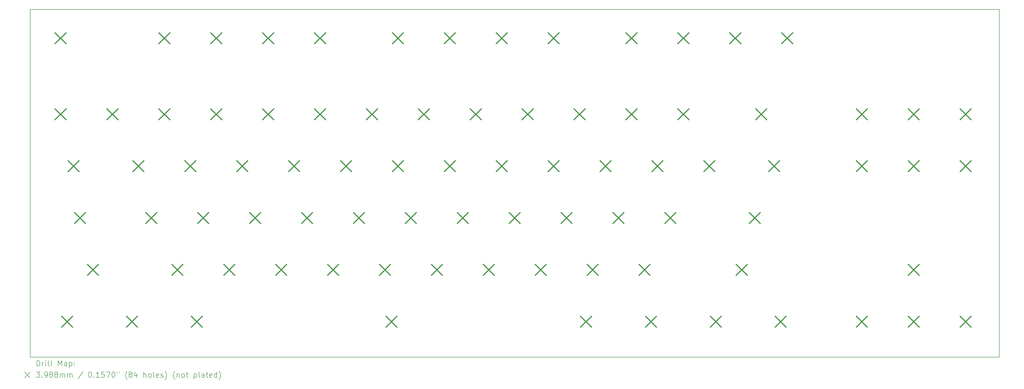
<source format=gbr>
%TF.GenerationSoftware,KiCad,Pcbnew,7.0.1*%
%TF.CreationDate,2024-09-21T20:16:06-05:00*%
%TF.ProjectId,C128DKEYBOARD,43313238-444b-4455-9942-4f4152442e6b,3.3*%
%TF.SameCoordinates,Original*%
%TF.FileFunction,Drillmap*%
%TF.FilePolarity,Positive*%
%FSLAX45Y45*%
G04 Gerber Fmt 4.5, Leading zero omitted, Abs format (unit mm)*
G04 Created by KiCad (PCBNEW 7.0.1) date 2024-09-21 20:16:06*
%MOMM*%
%LPD*%
G01*
G04 APERTURE LIST*
%ADD10C,0.150000*%
%ADD11C,0.200000*%
%ADD12C,0.398780*%
G04 APERTURE END LIST*
D10*
X5421630Y-12321540D02*
X11608830Y-12321600D01*
X40894000Y-12319000D02*
X13406430Y-12321540D01*
X5358130Y-25097740D02*
X5326380Y-25097740D01*
X11608830Y-12321600D02*
X13406430Y-12321540D01*
X5326380Y-25021540D02*
X5326380Y-25097740D01*
X5421630Y-12321540D02*
X5358130Y-12321540D01*
X40894000Y-25095200D02*
X40894000Y-12319000D01*
X5358130Y-25097740D02*
X40894000Y-25095200D01*
X5326380Y-12321540D02*
X5326380Y-25021540D01*
X5326380Y-12321540D02*
X5358130Y-12321540D01*
D11*
D12*
X6233160Y-13173710D02*
X6631940Y-13572490D01*
X6631940Y-13173710D02*
X6233160Y-13572490D01*
X6233160Y-15967710D02*
X6631940Y-16366490D01*
X6631940Y-15967710D02*
X6233160Y-16366490D01*
X6470660Y-23587710D02*
X6869440Y-23986490D01*
X6869440Y-23587710D02*
X6470660Y-23986490D01*
X6708660Y-17872710D02*
X7107440Y-18271490D01*
X7107440Y-17872710D02*
X6708660Y-18271490D01*
X6946960Y-19777710D02*
X7345740Y-20176490D01*
X7345740Y-19777710D02*
X6946960Y-20176490D01*
X7423160Y-21682710D02*
X7821940Y-22081490D01*
X7821940Y-21682710D02*
X7423160Y-22081490D01*
X8138160Y-15967710D02*
X8536940Y-16366490D01*
X8536940Y-15967710D02*
X8138160Y-16366490D01*
X8851660Y-23587710D02*
X9250440Y-23986490D01*
X9250440Y-23587710D02*
X8851660Y-23986490D01*
X9090660Y-17872710D02*
X9489440Y-18271490D01*
X9489440Y-17872710D02*
X9090660Y-18271490D01*
X9565660Y-19777710D02*
X9964440Y-20176490D01*
X9964440Y-19777710D02*
X9565660Y-20176490D01*
X10043160Y-13173710D02*
X10441940Y-13572490D01*
X10441940Y-13173710D02*
X10043160Y-13572490D01*
X10043160Y-15967710D02*
X10441940Y-16366490D01*
X10441940Y-15967710D02*
X10043160Y-16366490D01*
X10518160Y-21682710D02*
X10916940Y-22081490D01*
X10916940Y-21682710D02*
X10518160Y-22081490D01*
X10995660Y-17872710D02*
X11394440Y-18271490D01*
X11394440Y-17872710D02*
X10995660Y-18271490D01*
X11232660Y-23587710D02*
X11631440Y-23986490D01*
X11631440Y-23587710D02*
X11232660Y-23986490D01*
X11470660Y-19777710D02*
X11869440Y-20176490D01*
X11869440Y-19777710D02*
X11470660Y-20176490D01*
X11948160Y-13173710D02*
X12346940Y-13572490D01*
X12346940Y-13173710D02*
X11948160Y-13572490D01*
X11948160Y-15967710D02*
X12346940Y-16366490D01*
X12346940Y-15967710D02*
X11948160Y-16366490D01*
X12423160Y-21682710D02*
X12821940Y-22081490D01*
X12821940Y-21682710D02*
X12423160Y-22081490D01*
X12900660Y-17872710D02*
X13299440Y-18271490D01*
X13299440Y-17872710D02*
X12900660Y-18271490D01*
X13375660Y-19777710D02*
X13774440Y-20176490D01*
X13774440Y-19777710D02*
X13375660Y-20176490D01*
X13853160Y-13173710D02*
X14251940Y-13572490D01*
X14251940Y-13173710D02*
X13853160Y-13572490D01*
X13853160Y-15967710D02*
X14251940Y-16366490D01*
X14251940Y-15967710D02*
X13853160Y-16366490D01*
X14328160Y-21682710D02*
X14726940Y-22081490D01*
X14726940Y-21682710D02*
X14328160Y-22081490D01*
X14805660Y-17872710D02*
X15204440Y-18271490D01*
X15204440Y-17872710D02*
X14805660Y-18271490D01*
X15280660Y-19777710D02*
X15679440Y-20176490D01*
X15679440Y-19777710D02*
X15280660Y-20176490D01*
X15758160Y-13173710D02*
X16156940Y-13572490D01*
X16156940Y-13173710D02*
X15758160Y-13572490D01*
X15758160Y-15967710D02*
X16156940Y-16366490D01*
X16156940Y-15967710D02*
X15758160Y-16366490D01*
X16233160Y-21682710D02*
X16631940Y-22081490D01*
X16631940Y-21682710D02*
X16233160Y-22081490D01*
X16710660Y-17872710D02*
X17109440Y-18271490D01*
X17109440Y-17872710D02*
X16710660Y-18271490D01*
X17185660Y-19777710D02*
X17584440Y-20176490D01*
X17584440Y-19777710D02*
X17185660Y-20176490D01*
X17663160Y-15967710D02*
X18061940Y-16366490D01*
X18061940Y-15967710D02*
X17663160Y-16366490D01*
X18138160Y-21682710D02*
X18536940Y-22081490D01*
X18536940Y-21682710D02*
X18138160Y-22081490D01*
X18376160Y-23587710D02*
X18774940Y-23986490D01*
X18774940Y-23587710D02*
X18376160Y-23986490D01*
X18615660Y-13173710D02*
X19014440Y-13572490D01*
X19014440Y-13173710D02*
X18615660Y-13572490D01*
X18615660Y-17872710D02*
X19014440Y-18271490D01*
X19014440Y-17872710D02*
X18615660Y-18271490D01*
X19090660Y-19777710D02*
X19489440Y-20176490D01*
X19489440Y-19777710D02*
X19090660Y-20176490D01*
X19568160Y-15967710D02*
X19966940Y-16366490D01*
X19966940Y-15967710D02*
X19568160Y-16366490D01*
X20043160Y-21682710D02*
X20441940Y-22081490D01*
X20441940Y-21682710D02*
X20043160Y-22081490D01*
X20520660Y-13173710D02*
X20919440Y-13572490D01*
X20919440Y-13173710D02*
X20520660Y-13572490D01*
X20520660Y-17872710D02*
X20919440Y-18271490D01*
X20919440Y-17872710D02*
X20520660Y-18271490D01*
X20995660Y-19777710D02*
X21394440Y-20176490D01*
X21394440Y-19777710D02*
X20995660Y-20176490D01*
X21473160Y-15967710D02*
X21871940Y-16366490D01*
X21871940Y-15967710D02*
X21473160Y-16366490D01*
X21948160Y-21682710D02*
X22346940Y-22081490D01*
X22346940Y-21682710D02*
X21948160Y-22081490D01*
X22425660Y-13173710D02*
X22824440Y-13572490D01*
X22824440Y-13173710D02*
X22425660Y-13572490D01*
X22425660Y-17872710D02*
X22824440Y-18271490D01*
X22824440Y-17872710D02*
X22425660Y-18271490D01*
X22900660Y-19777710D02*
X23299440Y-20176490D01*
X23299440Y-19777710D02*
X22900660Y-20176490D01*
X23378160Y-15967710D02*
X23776940Y-16366490D01*
X23776940Y-15967710D02*
X23378160Y-16366490D01*
X23853160Y-21682710D02*
X24251940Y-22081490D01*
X24251940Y-21682710D02*
X23853160Y-22081490D01*
X24330660Y-13173710D02*
X24729440Y-13572490D01*
X24729440Y-13173710D02*
X24330660Y-13572490D01*
X24330660Y-17872710D02*
X24729440Y-18271490D01*
X24729440Y-17872710D02*
X24330660Y-18271490D01*
X24805660Y-19777710D02*
X25204440Y-20176490D01*
X25204440Y-19777710D02*
X24805660Y-20176490D01*
X25283160Y-15967710D02*
X25681940Y-16366490D01*
X25681940Y-15967710D02*
X25283160Y-16366490D01*
X25520160Y-23587710D02*
X25918940Y-23986490D01*
X25918940Y-23587710D02*
X25520160Y-23986490D01*
X25758160Y-21682710D02*
X26156940Y-22081490D01*
X26156940Y-21682710D02*
X25758160Y-22081490D01*
X26235660Y-17872710D02*
X26634440Y-18271490D01*
X26634440Y-17872710D02*
X26235660Y-18271490D01*
X26710660Y-19777710D02*
X27109440Y-20176490D01*
X27109440Y-19777710D02*
X26710660Y-20176490D01*
X27188160Y-13173710D02*
X27586940Y-13572490D01*
X27586940Y-13173710D02*
X27188160Y-13572490D01*
X27188160Y-15967710D02*
X27586940Y-16366490D01*
X27586940Y-15967710D02*
X27188160Y-16366490D01*
X27663160Y-21682710D02*
X28061940Y-22081490D01*
X28061940Y-21682710D02*
X27663160Y-22081490D01*
X27901160Y-23587710D02*
X28299940Y-23986490D01*
X28299940Y-23587710D02*
X27901160Y-23986490D01*
X28140660Y-17872710D02*
X28539440Y-18271490D01*
X28539440Y-17872710D02*
X28140660Y-18271490D01*
X28615660Y-19777710D02*
X29014440Y-20176490D01*
X29014440Y-19777710D02*
X28615660Y-20176490D01*
X29093160Y-13173710D02*
X29491940Y-13572490D01*
X29491940Y-13173710D02*
X29093160Y-13572490D01*
X29093160Y-15967710D02*
X29491940Y-16366490D01*
X29491940Y-15967710D02*
X29093160Y-16366490D01*
X30045660Y-17872710D02*
X30444440Y-18271490D01*
X30444440Y-17872710D02*
X30045660Y-18271490D01*
X30282160Y-23587710D02*
X30680940Y-23986490D01*
X30680940Y-23587710D02*
X30282160Y-23986490D01*
X30998160Y-13173710D02*
X31396940Y-13572490D01*
X31396940Y-13173710D02*
X30998160Y-13572490D01*
X31234660Y-21682710D02*
X31633440Y-22081490D01*
X31633440Y-21682710D02*
X31234660Y-22081490D01*
X31711160Y-19777710D02*
X32109940Y-20176490D01*
X32109940Y-19777710D02*
X31711160Y-20176490D01*
X31950660Y-15967710D02*
X32349440Y-16366490D01*
X32349440Y-15967710D02*
X31950660Y-16366490D01*
X32426660Y-17872710D02*
X32825440Y-18271490D01*
X32825440Y-17872710D02*
X32426660Y-18271490D01*
X32663160Y-23587710D02*
X33061940Y-23986490D01*
X33061940Y-23587710D02*
X32663160Y-23986490D01*
X32903160Y-13173710D02*
X33301940Y-13572490D01*
X33301940Y-13173710D02*
X32903160Y-13572490D01*
X35643820Y-15967710D02*
X36042600Y-16366490D01*
X36042600Y-15967710D02*
X35643820Y-16366490D01*
X35643820Y-17872710D02*
X36042600Y-18271490D01*
X36042600Y-17872710D02*
X35643820Y-18271490D01*
X35643820Y-23587710D02*
X36042600Y-23986490D01*
X36042600Y-23587710D02*
X35643820Y-23986490D01*
X37548820Y-15967710D02*
X37947600Y-16366490D01*
X37947600Y-15967710D02*
X37548820Y-16366490D01*
X37548820Y-17872710D02*
X37947600Y-18271490D01*
X37947600Y-17872710D02*
X37548820Y-18271490D01*
X37548820Y-21682710D02*
X37947600Y-22081490D01*
X37947600Y-21682710D02*
X37548820Y-22081490D01*
X37548820Y-23587710D02*
X37947600Y-23986490D01*
X37947600Y-23587710D02*
X37548820Y-23986490D01*
X39453820Y-15967710D02*
X39852600Y-16366490D01*
X39852600Y-15967710D02*
X39453820Y-16366490D01*
X39453820Y-17872710D02*
X39852600Y-18271490D01*
X39852600Y-17872710D02*
X39453820Y-18271490D01*
X39453820Y-23587710D02*
X39852600Y-23986490D01*
X39852600Y-23587710D02*
X39453820Y-23986490D01*
D11*
X5566499Y-25417764D02*
X5566499Y-25217764D01*
X5566499Y-25217764D02*
X5614118Y-25217764D01*
X5614118Y-25217764D02*
X5642689Y-25227288D01*
X5642689Y-25227288D02*
X5661737Y-25246335D01*
X5661737Y-25246335D02*
X5671261Y-25265383D01*
X5671261Y-25265383D02*
X5680785Y-25303478D01*
X5680785Y-25303478D02*
X5680785Y-25332049D01*
X5680785Y-25332049D02*
X5671261Y-25370145D01*
X5671261Y-25370145D02*
X5661737Y-25389192D01*
X5661737Y-25389192D02*
X5642689Y-25408240D01*
X5642689Y-25408240D02*
X5614118Y-25417764D01*
X5614118Y-25417764D02*
X5566499Y-25417764D01*
X5766499Y-25417764D02*
X5766499Y-25284430D01*
X5766499Y-25322526D02*
X5776023Y-25303478D01*
X5776023Y-25303478D02*
X5785547Y-25293954D01*
X5785547Y-25293954D02*
X5804594Y-25284430D01*
X5804594Y-25284430D02*
X5823642Y-25284430D01*
X5890308Y-25417764D02*
X5890308Y-25284430D01*
X5890308Y-25217764D02*
X5880785Y-25227288D01*
X5880785Y-25227288D02*
X5890308Y-25236811D01*
X5890308Y-25236811D02*
X5899832Y-25227288D01*
X5899832Y-25227288D02*
X5890308Y-25217764D01*
X5890308Y-25217764D02*
X5890308Y-25236811D01*
X6014118Y-25417764D02*
X5995070Y-25408240D01*
X5995070Y-25408240D02*
X5985547Y-25389192D01*
X5985547Y-25389192D02*
X5985547Y-25217764D01*
X6118880Y-25417764D02*
X6099832Y-25408240D01*
X6099832Y-25408240D02*
X6090308Y-25389192D01*
X6090308Y-25389192D02*
X6090308Y-25217764D01*
X6347451Y-25417764D02*
X6347451Y-25217764D01*
X6347451Y-25217764D02*
X6414118Y-25360621D01*
X6414118Y-25360621D02*
X6480785Y-25217764D01*
X6480785Y-25217764D02*
X6480785Y-25417764D01*
X6661737Y-25417764D02*
X6661737Y-25313002D01*
X6661737Y-25313002D02*
X6652213Y-25293954D01*
X6652213Y-25293954D02*
X6633166Y-25284430D01*
X6633166Y-25284430D02*
X6595070Y-25284430D01*
X6595070Y-25284430D02*
X6576023Y-25293954D01*
X6661737Y-25408240D02*
X6642689Y-25417764D01*
X6642689Y-25417764D02*
X6595070Y-25417764D01*
X6595070Y-25417764D02*
X6576023Y-25408240D01*
X6576023Y-25408240D02*
X6566499Y-25389192D01*
X6566499Y-25389192D02*
X6566499Y-25370145D01*
X6566499Y-25370145D02*
X6576023Y-25351097D01*
X6576023Y-25351097D02*
X6595070Y-25341573D01*
X6595070Y-25341573D02*
X6642689Y-25341573D01*
X6642689Y-25341573D02*
X6661737Y-25332049D01*
X6756975Y-25284430D02*
X6756975Y-25484430D01*
X6756975Y-25293954D02*
X6776023Y-25284430D01*
X6776023Y-25284430D02*
X6814118Y-25284430D01*
X6814118Y-25284430D02*
X6833166Y-25293954D01*
X6833166Y-25293954D02*
X6842689Y-25303478D01*
X6842689Y-25303478D02*
X6852213Y-25322526D01*
X6852213Y-25322526D02*
X6852213Y-25379668D01*
X6852213Y-25379668D02*
X6842689Y-25398716D01*
X6842689Y-25398716D02*
X6833166Y-25408240D01*
X6833166Y-25408240D02*
X6814118Y-25417764D01*
X6814118Y-25417764D02*
X6776023Y-25417764D01*
X6776023Y-25417764D02*
X6756975Y-25408240D01*
X6937928Y-25398716D02*
X6947451Y-25408240D01*
X6947451Y-25408240D02*
X6937928Y-25417764D01*
X6937928Y-25417764D02*
X6928404Y-25408240D01*
X6928404Y-25408240D02*
X6937928Y-25398716D01*
X6937928Y-25398716D02*
X6937928Y-25417764D01*
X6937928Y-25293954D02*
X6947451Y-25303478D01*
X6947451Y-25303478D02*
X6937928Y-25313002D01*
X6937928Y-25313002D02*
X6928404Y-25303478D01*
X6928404Y-25303478D02*
X6937928Y-25293954D01*
X6937928Y-25293954D02*
X6937928Y-25313002D01*
X5118880Y-25645240D02*
X5318880Y-25845240D01*
X5318880Y-25645240D02*
X5118880Y-25845240D01*
X5547451Y-25637764D02*
X5671261Y-25637764D01*
X5671261Y-25637764D02*
X5604594Y-25713954D01*
X5604594Y-25713954D02*
X5633166Y-25713954D01*
X5633166Y-25713954D02*
X5652213Y-25723478D01*
X5652213Y-25723478D02*
X5661737Y-25733002D01*
X5661737Y-25733002D02*
X5671261Y-25752049D01*
X5671261Y-25752049D02*
X5671261Y-25799668D01*
X5671261Y-25799668D02*
X5661737Y-25818716D01*
X5661737Y-25818716D02*
X5652213Y-25828240D01*
X5652213Y-25828240D02*
X5633166Y-25837764D01*
X5633166Y-25837764D02*
X5576023Y-25837764D01*
X5576023Y-25837764D02*
X5556975Y-25828240D01*
X5556975Y-25828240D02*
X5547451Y-25818716D01*
X5756975Y-25818716D02*
X5766499Y-25828240D01*
X5766499Y-25828240D02*
X5756975Y-25837764D01*
X5756975Y-25837764D02*
X5747451Y-25828240D01*
X5747451Y-25828240D02*
X5756975Y-25818716D01*
X5756975Y-25818716D02*
X5756975Y-25837764D01*
X5861737Y-25837764D02*
X5899832Y-25837764D01*
X5899832Y-25837764D02*
X5918880Y-25828240D01*
X5918880Y-25828240D02*
X5928404Y-25818716D01*
X5928404Y-25818716D02*
X5947451Y-25790145D01*
X5947451Y-25790145D02*
X5956975Y-25752049D01*
X5956975Y-25752049D02*
X5956975Y-25675859D01*
X5956975Y-25675859D02*
X5947451Y-25656811D01*
X5947451Y-25656811D02*
X5937928Y-25647288D01*
X5937928Y-25647288D02*
X5918880Y-25637764D01*
X5918880Y-25637764D02*
X5880785Y-25637764D01*
X5880785Y-25637764D02*
X5861737Y-25647288D01*
X5861737Y-25647288D02*
X5852213Y-25656811D01*
X5852213Y-25656811D02*
X5842689Y-25675859D01*
X5842689Y-25675859D02*
X5842689Y-25723478D01*
X5842689Y-25723478D02*
X5852213Y-25742526D01*
X5852213Y-25742526D02*
X5861737Y-25752049D01*
X5861737Y-25752049D02*
X5880785Y-25761573D01*
X5880785Y-25761573D02*
X5918880Y-25761573D01*
X5918880Y-25761573D02*
X5937928Y-25752049D01*
X5937928Y-25752049D02*
X5947451Y-25742526D01*
X5947451Y-25742526D02*
X5956975Y-25723478D01*
X6071261Y-25723478D02*
X6052213Y-25713954D01*
X6052213Y-25713954D02*
X6042689Y-25704430D01*
X6042689Y-25704430D02*
X6033166Y-25685383D01*
X6033166Y-25685383D02*
X6033166Y-25675859D01*
X6033166Y-25675859D02*
X6042689Y-25656811D01*
X6042689Y-25656811D02*
X6052213Y-25647288D01*
X6052213Y-25647288D02*
X6071261Y-25637764D01*
X6071261Y-25637764D02*
X6109356Y-25637764D01*
X6109356Y-25637764D02*
X6128404Y-25647288D01*
X6128404Y-25647288D02*
X6137928Y-25656811D01*
X6137928Y-25656811D02*
X6147451Y-25675859D01*
X6147451Y-25675859D02*
X6147451Y-25685383D01*
X6147451Y-25685383D02*
X6137928Y-25704430D01*
X6137928Y-25704430D02*
X6128404Y-25713954D01*
X6128404Y-25713954D02*
X6109356Y-25723478D01*
X6109356Y-25723478D02*
X6071261Y-25723478D01*
X6071261Y-25723478D02*
X6052213Y-25733002D01*
X6052213Y-25733002D02*
X6042689Y-25742526D01*
X6042689Y-25742526D02*
X6033166Y-25761573D01*
X6033166Y-25761573D02*
X6033166Y-25799668D01*
X6033166Y-25799668D02*
X6042689Y-25818716D01*
X6042689Y-25818716D02*
X6052213Y-25828240D01*
X6052213Y-25828240D02*
X6071261Y-25837764D01*
X6071261Y-25837764D02*
X6109356Y-25837764D01*
X6109356Y-25837764D02*
X6128404Y-25828240D01*
X6128404Y-25828240D02*
X6137928Y-25818716D01*
X6137928Y-25818716D02*
X6147451Y-25799668D01*
X6147451Y-25799668D02*
X6147451Y-25761573D01*
X6147451Y-25761573D02*
X6137928Y-25742526D01*
X6137928Y-25742526D02*
X6128404Y-25733002D01*
X6128404Y-25733002D02*
X6109356Y-25723478D01*
X6261737Y-25723478D02*
X6242689Y-25713954D01*
X6242689Y-25713954D02*
X6233166Y-25704430D01*
X6233166Y-25704430D02*
X6223642Y-25685383D01*
X6223642Y-25685383D02*
X6223642Y-25675859D01*
X6223642Y-25675859D02*
X6233166Y-25656811D01*
X6233166Y-25656811D02*
X6242689Y-25647288D01*
X6242689Y-25647288D02*
X6261737Y-25637764D01*
X6261737Y-25637764D02*
X6299832Y-25637764D01*
X6299832Y-25637764D02*
X6318880Y-25647288D01*
X6318880Y-25647288D02*
X6328404Y-25656811D01*
X6328404Y-25656811D02*
X6337928Y-25675859D01*
X6337928Y-25675859D02*
X6337928Y-25685383D01*
X6337928Y-25685383D02*
X6328404Y-25704430D01*
X6328404Y-25704430D02*
X6318880Y-25713954D01*
X6318880Y-25713954D02*
X6299832Y-25723478D01*
X6299832Y-25723478D02*
X6261737Y-25723478D01*
X6261737Y-25723478D02*
X6242689Y-25733002D01*
X6242689Y-25733002D02*
X6233166Y-25742526D01*
X6233166Y-25742526D02*
X6223642Y-25761573D01*
X6223642Y-25761573D02*
X6223642Y-25799668D01*
X6223642Y-25799668D02*
X6233166Y-25818716D01*
X6233166Y-25818716D02*
X6242689Y-25828240D01*
X6242689Y-25828240D02*
X6261737Y-25837764D01*
X6261737Y-25837764D02*
X6299832Y-25837764D01*
X6299832Y-25837764D02*
X6318880Y-25828240D01*
X6318880Y-25828240D02*
X6328404Y-25818716D01*
X6328404Y-25818716D02*
X6337928Y-25799668D01*
X6337928Y-25799668D02*
X6337928Y-25761573D01*
X6337928Y-25761573D02*
X6328404Y-25742526D01*
X6328404Y-25742526D02*
X6318880Y-25733002D01*
X6318880Y-25733002D02*
X6299832Y-25723478D01*
X6423642Y-25837764D02*
X6423642Y-25704430D01*
X6423642Y-25723478D02*
X6433166Y-25713954D01*
X6433166Y-25713954D02*
X6452213Y-25704430D01*
X6452213Y-25704430D02*
X6480785Y-25704430D01*
X6480785Y-25704430D02*
X6499832Y-25713954D01*
X6499832Y-25713954D02*
X6509356Y-25733002D01*
X6509356Y-25733002D02*
X6509356Y-25837764D01*
X6509356Y-25733002D02*
X6518880Y-25713954D01*
X6518880Y-25713954D02*
X6537928Y-25704430D01*
X6537928Y-25704430D02*
X6566499Y-25704430D01*
X6566499Y-25704430D02*
X6585547Y-25713954D01*
X6585547Y-25713954D02*
X6595070Y-25733002D01*
X6595070Y-25733002D02*
X6595070Y-25837764D01*
X6690309Y-25837764D02*
X6690309Y-25704430D01*
X6690309Y-25723478D02*
X6699832Y-25713954D01*
X6699832Y-25713954D02*
X6718880Y-25704430D01*
X6718880Y-25704430D02*
X6747451Y-25704430D01*
X6747451Y-25704430D02*
X6766499Y-25713954D01*
X6766499Y-25713954D02*
X6776023Y-25733002D01*
X6776023Y-25733002D02*
X6776023Y-25837764D01*
X6776023Y-25733002D02*
X6785547Y-25713954D01*
X6785547Y-25713954D02*
X6804594Y-25704430D01*
X6804594Y-25704430D02*
X6833166Y-25704430D01*
X6833166Y-25704430D02*
X6852213Y-25713954D01*
X6852213Y-25713954D02*
X6861737Y-25733002D01*
X6861737Y-25733002D02*
X6861737Y-25837764D01*
X7252213Y-25628240D02*
X7080785Y-25885383D01*
X7509356Y-25637764D02*
X7528404Y-25637764D01*
X7528404Y-25637764D02*
X7547452Y-25647288D01*
X7547452Y-25647288D02*
X7556975Y-25656811D01*
X7556975Y-25656811D02*
X7566499Y-25675859D01*
X7566499Y-25675859D02*
X7576023Y-25713954D01*
X7576023Y-25713954D02*
X7576023Y-25761573D01*
X7576023Y-25761573D02*
X7566499Y-25799668D01*
X7566499Y-25799668D02*
X7556975Y-25818716D01*
X7556975Y-25818716D02*
X7547452Y-25828240D01*
X7547452Y-25828240D02*
X7528404Y-25837764D01*
X7528404Y-25837764D02*
X7509356Y-25837764D01*
X7509356Y-25837764D02*
X7490309Y-25828240D01*
X7490309Y-25828240D02*
X7480785Y-25818716D01*
X7480785Y-25818716D02*
X7471261Y-25799668D01*
X7471261Y-25799668D02*
X7461737Y-25761573D01*
X7461737Y-25761573D02*
X7461737Y-25713954D01*
X7461737Y-25713954D02*
X7471261Y-25675859D01*
X7471261Y-25675859D02*
X7480785Y-25656811D01*
X7480785Y-25656811D02*
X7490309Y-25647288D01*
X7490309Y-25647288D02*
X7509356Y-25637764D01*
X7661737Y-25818716D02*
X7671261Y-25828240D01*
X7671261Y-25828240D02*
X7661737Y-25837764D01*
X7661737Y-25837764D02*
X7652213Y-25828240D01*
X7652213Y-25828240D02*
X7661737Y-25818716D01*
X7661737Y-25818716D02*
X7661737Y-25837764D01*
X7861737Y-25837764D02*
X7747452Y-25837764D01*
X7804594Y-25837764D02*
X7804594Y-25637764D01*
X7804594Y-25637764D02*
X7785547Y-25666335D01*
X7785547Y-25666335D02*
X7766499Y-25685383D01*
X7766499Y-25685383D02*
X7747452Y-25694907D01*
X8042690Y-25637764D02*
X7947452Y-25637764D01*
X7947452Y-25637764D02*
X7937928Y-25733002D01*
X7937928Y-25733002D02*
X7947452Y-25723478D01*
X7947452Y-25723478D02*
X7966499Y-25713954D01*
X7966499Y-25713954D02*
X8014118Y-25713954D01*
X8014118Y-25713954D02*
X8033166Y-25723478D01*
X8033166Y-25723478D02*
X8042690Y-25733002D01*
X8042690Y-25733002D02*
X8052213Y-25752049D01*
X8052213Y-25752049D02*
X8052213Y-25799668D01*
X8052213Y-25799668D02*
X8042690Y-25818716D01*
X8042690Y-25818716D02*
X8033166Y-25828240D01*
X8033166Y-25828240D02*
X8014118Y-25837764D01*
X8014118Y-25837764D02*
X7966499Y-25837764D01*
X7966499Y-25837764D02*
X7947452Y-25828240D01*
X7947452Y-25828240D02*
X7937928Y-25818716D01*
X8118880Y-25637764D02*
X8252213Y-25637764D01*
X8252213Y-25637764D02*
X8166499Y-25837764D01*
X8366499Y-25637764D02*
X8385547Y-25637764D01*
X8385547Y-25637764D02*
X8404595Y-25647288D01*
X8404595Y-25647288D02*
X8414118Y-25656811D01*
X8414118Y-25656811D02*
X8423642Y-25675859D01*
X8423642Y-25675859D02*
X8433166Y-25713954D01*
X8433166Y-25713954D02*
X8433166Y-25761573D01*
X8433166Y-25761573D02*
X8423642Y-25799668D01*
X8423642Y-25799668D02*
X8414118Y-25818716D01*
X8414118Y-25818716D02*
X8404595Y-25828240D01*
X8404595Y-25828240D02*
X8385547Y-25837764D01*
X8385547Y-25837764D02*
X8366499Y-25837764D01*
X8366499Y-25837764D02*
X8347452Y-25828240D01*
X8347452Y-25828240D02*
X8337928Y-25818716D01*
X8337928Y-25818716D02*
X8328404Y-25799668D01*
X8328404Y-25799668D02*
X8318880Y-25761573D01*
X8318880Y-25761573D02*
X8318880Y-25713954D01*
X8318880Y-25713954D02*
X8328404Y-25675859D01*
X8328404Y-25675859D02*
X8337928Y-25656811D01*
X8337928Y-25656811D02*
X8347452Y-25647288D01*
X8347452Y-25647288D02*
X8366499Y-25637764D01*
X8509356Y-25637764D02*
X8509356Y-25675859D01*
X8585547Y-25637764D02*
X8585547Y-25675859D01*
X8880785Y-25913954D02*
X8871261Y-25904430D01*
X8871261Y-25904430D02*
X8852214Y-25875859D01*
X8852214Y-25875859D02*
X8842690Y-25856811D01*
X8842690Y-25856811D02*
X8833166Y-25828240D01*
X8833166Y-25828240D02*
X8823642Y-25780621D01*
X8823642Y-25780621D02*
X8823642Y-25742526D01*
X8823642Y-25742526D02*
X8833166Y-25694907D01*
X8833166Y-25694907D02*
X8842690Y-25666335D01*
X8842690Y-25666335D02*
X8852214Y-25647288D01*
X8852214Y-25647288D02*
X8871261Y-25618716D01*
X8871261Y-25618716D02*
X8880785Y-25609192D01*
X8985547Y-25723478D02*
X8966499Y-25713954D01*
X8966499Y-25713954D02*
X8956976Y-25704430D01*
X8956976Y-25704430D02*
X8947452Y-25685383D01*
X8947452Y-25685383D02*
X8947452Y-25675859D01*
X8947452Y-25675859D02*
X8956976Y-25656811D01*
X8956976Y-25656811D02*
X8966499Y-25647288D01*
X8966499Y-25647288D02*
X8985547Y-25637764D01*
X8985547Y-25637764D02*
X9023642Y-25637764D01*
X9023642Y-25637764D02*
X9042690Y-25647288D01*
X9042690Y-25647288D02*
X9052214Y-25656811D01*
X9052214Y-25656811D02*
X9061737Y-25675859D01*
X9061737Y-25675859D02*
X9061737Y-25685383D01*
X9061737Y-25685383D02*
X9052214Y-25704430D01*
X9052214Y-25704430D02*
X9042690Y-25713954D01*
X9042690Y-25713954D02*
X9023642Y-25723478D01*
X9023642Y-25723478D02*
X8985547Y-25723478D01*
X8985547Y-25723478D02*
X8966499Y-25733002D01*
X8966499Y-25733002D02*
X8956976Y-25742526D01*
X8956976Y-25742526D02*
X8947452Y-25761573D01*
X8947452Y-25761573D02*
X8947452Y-25799668D01*
X8947452Y-25799668D02*
X8956976Y-25818716D01*
X8956976Y-25818716D02*
X8966499Y-25828240D01*
X8966499Y-25828240D02*
X8985547Y-25837764D01*
X8985547Y-25837764D02*
X9023642Y-25837764D01*
X9023642Y-25837764D02*
X9042690Y-25828240D01*
X9042690Y-25828240D02*
X9052214Y-25818716D01*
X9052214Y-25818716D02*
X9061737Y-25799668D01*
X9061737Y-25799668D02*
X9061737Y-25761573D01*
X9061737Y-25761573D02*
X9052214Y-25742526D01*
X9052214Y-25742526D02*
X9042690Y-25733002D01*
X9042690Y-25733002D02*
X9023642Y-25723478D01*
X9233166Y-25704430D02*
X9233166Y-25837764D01*
X9185547Y-25628240D02*
X9137928Y-25771097D01*
X9137928Y-25771097D02*
X9261737Y-25771097D01*
X9490309Y-25837764D02*
X9490309Y-25637764D01*
X9576023Y-25837764D02*
X9576023Y-25733002D01*
X9576023Y-25733002D02*
X9566499Y-25713954D01*
X9566499Y-25713954D02*
X9547452Y-25704430D01*
X9547452Y-25704430D02*
X9518880Y-25704430D01*
X9518880Y-25704430D02*
X9499833Y-25713954D01*
X9499833Y-25713954D02*
X9490309Y-25723478D01*
X9699833Y-25837764D02*
X9680785Y-25828240D01*
X9680785Y-25828240D02*
X9671261Y-25818716D01*
X9671261Y-25818716D02*
X9661738Y-25799668D01*
X9661738Y-25799668D02*
X9661738Y-25742526D01*
X9661738Y-25742526D02*
X9671261Y-25723478D01*
X9671261Y-25723478D02*
X9680785Y-25713954D01*
X9680785Y-25713954D02*
X9699833Y-25704430D01*
X9699833Y-25704430D02*
X9728404Y-25704430D01*
X9728404Y-25704430D02*
X9747452Y-25713954D01*
X9747452Y-25713954D02*
X9756976Y-25723478D01*
X9756976Y-25723478D02*
X9766499Y-25742526D01*
X9766499Y-25742526D02*
X9766499Y-25799668D01*
X9766499Y-25799668D02*
X9756976Y-25818716D01*
X9756976Y-25818716D02*
X9747452Y-25828240D01*
X9747452Y-25828240D02*
X9728404Y-25837764D01*
X9728404Y-25837764D02*
X9699833Y-25837764D01*
X9880785Y-25837764D02*
X9861738Y-25828240D01*
X9861738Y-25828240D02*
X9852214Y-25809192D01*
X9852214Y-25809192D02*
X9852214Y-25637764D01*
X10033166Y-25828240D02*
X10014119Y-25837764D01*
X10014119Y-25837764D02*
X9976023Y-25837764D01*
X9976023Y-25837764D02*
X9956976Y-25828240D01*
X9956976Y-25828240D02*
X9947452Y-25809192D01*
X9947452Y-25809192D02*
X9947452Y-25733002D01*
X9947452Y-25733002D02*
X9956976Y-25713954D01*
X9956976Y-25713954D02*
X9976023Y-25704430D01*
X9976023Y-25704430D02*
X10014119Y-25704430D01*
X10014119Y-25704430D02*
X10033166Y-25713954D01*
X10033166Y-25713954D02*
X10042690Y-25733002D01*
X10042690Y-25733002D02*
X10042690Y-25752049D01*
X10042690Y-25752049D02*
X9947452Y-25771097D01*
X10118880Y-25828240D02*
X10137928Y-25837764D01*
X10137928Y-25837764D02*
X10176023Y-25837764D01*
X10176023Y-25837764D02*
X10195071Y-25828240D01*
X10195071Y-25828240D02*
X10204595Y-25809192D01*
X10204595Y-25809192D02*
X10204595Y-25799668D01*
X10204595Y-25799668D02*
X10195071Y-25780621D01*
X10195071Y-25780621D02*
X10176023Y-25771097D01*
X10176023Y-25771097D02*
X10147452Y-25771097D01*
X10147452Y-25771097D02*
X10128404Y-25761573D01*
X10128404Y-25761573D02*
X10118880Y-25742526D01*
X10118880Y-25742526D02*
X10118880Y-25733002D01*
X10118880Y-25733002D02*
X10128404Y-25713954D01*
X10128404Y-25713954D02*
X10147452Y-25704430D01*
X10147452Y-25704430D02*
X10176023Y-25704430D01*
X10176023Y-25704430D02*
X10195071Y-25713954D01*
X10271261Y-25913954D02*
X10280785Y-25904430D01*
X10280785Y-25904430D02*
X10299833Y-25875859D01*
X10299833Y-25875859D02*
X10309357Y-25856811D01*
X10309357Y-25856811D02*
X10318880Y-25828240D01*
X10318880Y-25828240D02*
X10328404Y-25780621D01*
X10328404Y-25780621D02*
X10328404Y-25742526D01*
X10328404Y-25742526D02*
X10318880Y-25694907D01*
X10318880Y-25694907D02*
X10309357Y-25666335D01*
X10309357Y-25666335D02*
X10299833Y-25647288D01*
X10299833Y-25647288D02*
X10280785Y-25618716D01*
X10280785Y-25618716D02*
X10271261Y-25609192D01*
X10633166Y-25913954D02*
X10623642Y-25904430D01*
X10623642Y-25904430D02*
X10604595Y-25875859D01*
X10604595Y-25875859D02*
X10595071Y-25856811D01*
X10595071Y-25856811D02*
X10585547Y-25828240D01*
X10585547Y-25828240D02*
X10576023Y-25780621D01*
X10576023Y-25780621D02*
X10576023Y-25742526D01*
X10576023Y-25742526D02*
X10585547Y-25694907D01*
X10585547Y-25694907D02*
X10595071Y-25666335D01*
X10595071Y-25666335D02*
X10604595Y-25647288D01*
X10604595Y-25647288D02*
X10623642Y-25618716D01*
X10623642Y-25618716D02*
X10633166Y-25609192D01*
X10709357Y-25704430D02*
X10709357Y-25837764D01*
X10709357Y-25723478D02*
X10718880Y-25713954D01*
X10718880Y-25713954D02*
X10737928Y-25704430D01*
X10737928Y-25704430D02*
X10766500Y-25704430D01*
X10766500Y-25704430D02*
X10785547Y-25713954D01*
X10785547Y-25713954D02*
X10795071Y-25733002D01*
X10795071Y-25733002D02*
X10795071Y-25837764D01*
X10918880Y-25837764D02*
X10899833Y-25828240D01*
X10899833Y-25828240D02*
X10890309Y-25818716D01*
X10890309Y-25818716D02*
X10880785Y-25799668D01*
X10880785Y-25799668D02*
X10880785Y-25742526D01*
X10880785Y-25742526D02*
X10890309Y-25723478D01*
X10890309Y-25723478D02*
X10899833Y-25713954D01*
X10899833Y-25713954D02*
X10918880Y-25704430D01*
X10918880Y-25704430D02*
X10947452Y-25704430D01*
X10947452Y-25704430D02*
X10966500Y-25713954D01*
X10966500Y-25713954D02*
X10976023Y-25723478D01*
X10976023Y-25723478D02*
X10985547Y-25742526D01*
X10985547Y-25742526D02*
X10985547Y-25799668D01*
X10985547Y-25799668D02*
X10976023Y-25818716D01*
X10976023Y-25818716D02*
X10966500Y-25828240D01*
X10966500Y-25828240D02*
X10947452Y-25837764D01*
X10947452Y-25837764D02*
X10918880Y-25837764D01*
X11042690Y-25704430D02*
X11118880Y-25704430D01*
X11071261Y-25637764D02*
X11071261Y-25809192D01*
X11071261Y-25809192D02*
X11080785Y-25828240D01*
X11080785Y-25828240D02*
X11099833Y-25837764D01*
X11099833Y-25837764D02*
X11118880Y-25837764D01*
X11337928Y-25704430D02*
X11337928Y-25904430D01*
X11337928Y-25713954D02*
X11356976Y-25704430D01*
X11356976Y-25704430D02*
X11395071Y-25704430D01*
X11395071Y-25704430D02*
X11414119Y-25713954D01*
X11414119Y-25713954D02*
X11423642Y-25723478D01*
X11423642Y-25723478D02*
X11433166Y-25742526D01*
X11433166Y-25742526D02*
X11433166Y-25799668D01*
X11433166Y-25799668D02*
X11423642Y-25818716D01*
X11423642Y-25818716D02*
X11414119Y-25828240D01*
X11414119Y-25828240D02*
X11395071Y-25837764D01*
X11395071Y-25837764D02*
X11356976Y-25837764D01*
X11356976Y-25837764D02*
X11337928Y-25828240D01*
X11547452Y-25837764D02*
X11528404Y-25828240D01*
X11528404Y-25828240D02*
X11518880Y-25809192D01*
X11518880Y-25809192D02*
X11518880Y-25637764D01*
X11709357Y-25837764D02*
X11709357Y-25733002D01*
X11709357Y-25733002D02*
X11699833Y-25713954D01*
X11699833Y-25713954D02*
X11680785Y-25704430D01*
X11680785Y-25704430D02*
X11642690Y-25704430D01*
X11642690Y-25704430D02*
X11623642Y-25713954D01*
X11709357Y-25828240D02*
X11690309Y-25837764D01*
X11690309Y-25837764D02*
X11642690Y-25837764D01*
X11642690Y-25837764D02*
X11623642Y-25828240D01*
X11623642Y-25828240D02*
X11614119Y-25809192D01*
X11614119Y-25809192D02*
X11614119Y-25790145D01*
X11614119Y-25790145D02*
X11623642Y-25771097D01*
X11623642Y-25771097D02*
X11642690Y-25761573D01*
X11642690Y-25761573D02*
X11690309Y-25761573D01*
X11690309Y-25761573D02*
X11709357Y-25752049D01*
X11776023Y-25704430D02*
X11852214Y-25704430D01*
X11804595Y-25637764D02*
X11804595Y-25809192D01*
X11804595Y-25809192D02*
X11814119Y-25828240D01*
X11814119Y-25828240D02*
X11833166Y-25837764D01*
X11833166Y-25837764D02*
X11852214Y-25837764D01*
X11995071Y-25828240D02*
X11976023Y-25837764D01*
X11976023Y-25837764D02*
X11937928Y-25837764D01*
X11937928Y-25837764D02*
X11918880Y-25828240D01*
X11918880Y-25828240D02*
X11909357Y-25809192D01*
X11909357Y-25809192D02*
X11909357Y-25733002D01*
X11909357Y-25733002D02*
X11918880Y-25713954D01*
X11918880Y-25713954D02*
X11937928Y-25704430D01*
X11937928Y-25704430D02*
X11976023Y-25704430D01*
X11976023Y-25704430D02*
X11995071Y-25713954D01*
X11995071Y-25713954D02*
X12004595Y-25733002D01*
X12004595Y-25733002D02*
X12004595Y-25752049D01*
X12004595Y-25752049D02*
X11909357Y-25771097D01*
X12176023Y-25837764D02*
X12176023Y-25637764D01*
X12176023Y-25828240D02*
X12156976Y-25837764D01*
X12156976Y-25837764D02*
X12118880Y-25837764D01*
X12118880Y-25837764D02*
X12099833Y-25828240D01*
X12099833Y-25828240D02*
X12090309Y-25818716D01*
X12090309Y-25818716D02*
X12080785Y-25799668D01*
X12080785Y-25799668D02*
X12080785Y-25742526D01*
X12080785Y-25742526D02*
X12090309Y-25723478D01*
X12090309Y-25723478D02*
X12099833Y-25713954D01*
X12099833Y-25713954D02*
X12118880Y-25704430D01*
X12118880Y-25704430D02*
X12156976Y-25704430D01*
X12156976Y-25704430D02*
X12176023Y-25713954D01*
X12252214Y-25913954D02*
X12261738Y-25904430D01*
X12261738Y-25904430D02*
X12280785Y-25875859D01*
X12280785Y-25875859D02*
X12290309Y-25856811D01*
X12290309Y-25856811D02*
X12299833Y-25828240D01*
X12299833Y-25828240D02*
X12309357Y-25780621D01*
X12309357Y-25780621D02*
X12309357Y-25742526D01*
X12309357Y-25742526D02*
X12299833Y-25694907D01*
X12299833Y-25694907D02*
X12290309Y-25666335D01*
X12290309Y-25666335D02*
X12280785Y-25647288D01*
X12280785Y-25647288D02*
X12261738Y-25618716D01*
X12261738Y-25618716D02*
X12252214Y-25609192D01*
M02*

</source>
